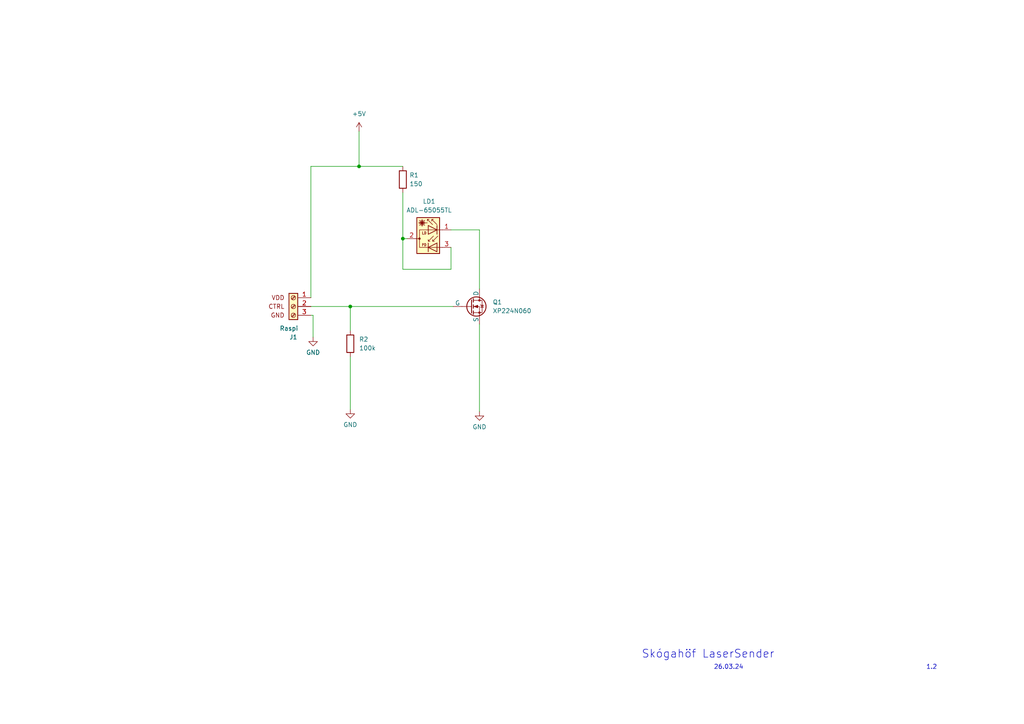
<source format=kicad_sch>
(kicad_sch (version 20230121) (generator eeschema)
  (paper "A4")
  (lib_symbols
    (symbol "Connector:Screw_Terminal_01x03" (pin_names (offset 1.016) hide)
      (property "Reference" "J1" (at 0 -8.89 0))
      (property "Value" "Raspi" (at 1.27 -6.35 0))
      (symbol "Screw_Terminal_01x03_1_1"
        (rectangle (start -1.27 3.81) (end 1.27 -3.81) (stroke (width 0.254)) (fill (type background)))
        (circle (center 0 -2.54) (radius 0.635) (stroke (width 0.1524)))
        (polyline (pts (xy -0.5334 -2.2098) (xy 0.3302 -3.048)) (stroke (width 0.1524)))
        (polyline (pts (xy -0.5334 0.3302) (xy 0.3302 -0.508)) (stroke (width 0.1524)))
        (polyline (pts (xy -0.5334 2.8702) (xy 0.3302 2.032)) (stroke (width 0.1524)))
        (polyline (pts (xy -0.3556 -2.032) (xy 0.508 -2.8702)) (stroke (width 0.1524)))
        (polyline (pts (xy -0.3556 0.508) (xy 0.508 -0.3302)) (stroke (width 0.1524)))
        (polyline (pts (xy -0.3556 3.048) (xy 0.508 2.2098)) (stroke (width 0.1524)))
        (circle (center 0 0) (radius 0.635) (stroke (width 0.1524)))
        (circle (center 0 2.54) (radius 0.635) (stroke (width 0.1524)))
        (text "CTRL" (at 2.54 0 0) (effects (font (size 1.27 1.27)) (justify left)))
        (text "GND" (at 2.54 -2.54 0) (effects (font (size 1.27 1.27)) (justify left)))
        (text "VDD" (at 2.54 2.54 0) (effects (font (size 1.27 1.27)) (justify left)))
        (pin passive line (at -5.08 2.54 0) (length 3.81) (name "Pin_1") (number "1"))
        (pin passive line (at -5.08 0 0) (length 3.81) (name "Pin_2") (number "2"))
        (pin passive line (at -5.08 -2.54 0) (length 3.81) (name "Pin_3") (number "3"))
      )
    )
    (symbol "Device:D_Laser_Photo_NType" (pin_names hide)
      (property "Reference" "LD" (at 1.016 7.112 0))
      (property "Value" "D_Laser_Photo_NType" (at 1.016 -5.588 0))
      (symbol "D_Laser_Photo_NType_0_1"
        (circle (center -1.524 0) (radius 0.254) (fill (type outline)))
        (arc (start -0.508 -1.778) (mid -0.3302 -1.6002) (end -0.508 -1.397))
        (arc (start 0 -2.159) (mid 0.3794 -1.778) (end 0 -1.397))
        (polyline (pts (xy -2.54 0) (xy -1.524 0)))
        (polyline (pts (xy -1.524 3.81) (xy 0 5.334)))
        (polyline (pts (xy -1.524 4.318) (xy 0 4.826)))
        (polyline (pts (xy -1.524 4.826) (xy 0 4.318)))
        (polyline (pts (xy -1.524 5.334) (xy 0 3.81)))
        (polyline (pts (xy -1.016 5.334) (xy -0.508 3.81)))
        (polyline (pts (xy -0.762 4.572) (xy -0.762 3.556)))
        (polyline (pts (xy -0.762 4.572) (xy -0.762 5.588)))
        (polyline (pts (xy -0.635 -1.397) (xy -0.635 -2.159)))
        (polyline (pts (xy -0.508 5.334) (xy -1.016 3.81)))
        (polyline (pts (xy 0 -1.397) (xy 0 -2.159)))
        (polyline (pts (xy 0 2.032) (xy 0 1.27)))
        (polyline (pts (xy 0.762 4.572) (xy -1.778 4.572)))
        (polyline (pts (xy 0.762 5.588) (xy 1.27 5.588)))
        (polyline (pts (xy 1.016 -1.27) (xy 1.016 -3.81)) (stroke (width 0.2032)))
        (polyline (pts (xy 1.016 -0.762) (xy 1.524 -0.762)))
        (polyline (pts (xy 3.556 3.81) (xy 3.556 1.27)) (stroke (width 0.2032)))
        (polyline (pts (xy -0.635 2.032) (xy -0.635 1.27) (xy -0.254 1.27)))
        (polyline (pts (xy 2.286 4.064) (xy 0.762 5.588) (xy 0.762 5.08)))
        (polyline (pts (xy 2.54 0.762) (xy 1.016 -0.762) (xy 1.016 -0.254)))
        (polyline (pts (xy 3.556 -1.27) (xy 3.556 -3.81) (xy 1.016 -2.54) (xy 3.556 -1.27)) (stroke (width 0.2032)))
        (polyline (pts (xy 5.08 2.54) (xy -1.524 2.54) (xy -1.524 -2.54) (xy 5.08 -2.54)))
        (polyline (pts (xy 3.556 4.064) (xy 2.032 5.588) (xy 2.032 5.08) (xy 2.032 5.588) (xy 2.54 5.588)))
        (polyline (pts (xy 3.81 0.762) (xy 2.286 -0.762) (xy 2.286 -0.254) (xy 2.286 -0.762) (xy 2.794 -0.762)))
        (arc (start 0 1.27) (mid 0.3794 1.651) (end 0 2.032))
        (rectangle (start 4.318 6.096) (end -2.286 -4.318) (stroke (width 0.254)) (fill (type background)))
      )
      (symbol "D_Laser_Photo_NType_1_1"
        (polyline (pts (xy 1.016 3.81) (xy 1.016 1.27) (xy 3.556 2.54) (xy 1.016 3.81)) (stroke (width 0.2032)))
        (pin passive line (at 7.62 2.54 180) (length 2.54) (name "~") (number "1"))
        (pin passive line (at -5.08 0 0) (length 2.54) (name "~") (number "2"))
        (pin passive line (at 7.62 -2.54 180) (length 2.54) (name "~") (number "3"))
      )
    )
    (symbol "Device:R" (pin_numbers hide) (pin_names (offset 0))
      (property "Reference" "R" (at 2.032 0 90))
      (property "Value" "R" (at 0 0 90))
      (symbol "R_0_1"
        (rectangle (start -1.016 -2.54) (end 1.016 2.54) (stroke (width 0.254)))
      )
      (symbol "R_1_1"
        (pin passive line (at 0 3.81 270) (length 1.27) (name "~") (number "1"))
        (pin passive line (at 0 -3.81 90) (length 1.27) (name "~") (number "2"))
      )
    )
    (symbol "Simulation_SPICE:NMOS" (pin_numbers hide) (pin_names (offset 0))
      (property "Reference" "Q" (at 5.08 1.27 0))
      (property "Value" "NMOS" (at 5.08 -1.27 0))
      (symbol "NMOS_0_1"
        (polyline (pts (xy 0.254 0) (xy -2.54 0)))
        (polyline (pts (xy 0.254 1.905) (xy 0.254 -1.905)) (stroke (width 0.254)))
        (polyline (pts (xy 0.762 -1.27) (xy 0.762 -2.286)) (stroke (width 0.254)))
        (polyline (pts (xy 0.762 0.508) (xy 0.762 -0.508)) (stroke (width 0.254)))
        (polyline (pts (xy 0.762 2.286) (xy 0.762 1.27)) (stroke (width 0.254)))
        (polyline (pts (xy 2.54 2.54) (xy 2.54 1.778)))
        (polyline (pts (xy 2.54 -2.54) (xy 2.54 0) (xy 0.762 0)))
        (polyline (pts (xy 0.762 -1.778) (xy 3.302 -1.778) (xy 3.302 1.778) (xy 0.762 1.778)))
        (polyline (pts (xy 1.016 0) (xy 2.032 0.381) (xy 2.032 -0.381) (xy 1.016 0)) (fill (type outline)))
        (polyline (pts (xy 2.794 0.508) (xy 2.921 0.381) (xy 3.683 0.381) (xy 3.81 0.254)))
        (polyline (pts (xy 3.302 0.381) (xy 2.921 -0.254) (xy 3.683 -0.254) (xy 3.302 0.381)))
        (circle (center 1.651 0) (radius 2.794) (stroke (width 0.254)))
        (circle (center 2.54 -1.778) (radius 0.254) (fill (type outline)))
        (circle (center 2.54 1.778) (radius 0.254) (fill (type outline)))
      )
      (symbol "NMOS_1_1"
        (pin passive line (at 2.54 5.08 270) (length 2.54) (name "D") (number "1"))
        (pin input line (at -5.08 0 0) (length 2.54) (name "G") (number "2"))
        (pin passive line (at 2.54 -5.08 90) (length 2.54) (name "S") (number "3"))
      )
    )
    (symbol "power:+5V" (power) (pin_names (offset 0))
      (property "Value" "+5V" (at 0 3.556 0))
      (symbol "+5V_0_1"
        (polyline (pts (xy -0.762 1.27) (xy 0 2.54)))
        (polyline (pts (xy 0 0) (xy 0 2.54)))
        (polyline (pts (xy 0 2.54) (xy 0.762 1.27)))
      )
      (symbol "+5V_1_1"
        (pin power_in line (at 0 0 90) (length 0) hide (name "+5V") (number "1"))
      )
    )
    (symbol "power:GND" (power) (pin_names (offset 0))
      (property "Value" "GND" (at 0 -3.81 0))
      (symbol "GND_0_1"
        (polyline (pts (xy 0 0) (xy 0 -1.27) (xy 1.27 -1.27) (xy 0 -2.54) (xy -1.27 -1.27) (xy 0 -1.27)))
      )
      (symbol "GND_1_1"
        (pin power_in line (at 0 0 270) (length 0) hide (name "GND") (number "1"))
      )
    )
  )
  (junction (at 116.84 69.215))
  (junction (at 101.6 88.9))
  (junction (at 104.14 48.26))
  (wire (pts (xy 104.14 48.26) (xy 90.17 48.26)))
  (wire (pts (xy 101.6 88.9) (xy 131.445 88.9)))
  (wire (pts (xy 139.065 93.98) (xy 139.065 119.38)))
  (wire (pts (xy 116.84 55.88) (xy 116.84 69.215)))
  (wire (pts (xy 101.6 88.9) (xy 90.17 88.9)))
  (wire (pts (xy 101.6 103.505) (xy 101.6 118.745)))
  (wire (pts (xy 118.11 69.215) (xy 116.84 69.215)))
  (wire (pts (xy 130.81 66.675) (xy 139.065 66.675)))
  (wire (pts (xy 139.065 83.82) (xy 139.065 66.675)))
  (wire (pts (xy 101.6 88.9) (xy 101.6 95.885)))
  (wire (pts (xy 104.14 38.1) (xy 104.14 48.26)))
  (wire (pts (xy 116.84 48.26) (xy 104.14 48.26)))
  (wire (pts (xy 116.84 69.215) (xy 116.84 78.105)))
  (wire (pts (xy 90.17 48.26) (xy 90.17 86.36)))
  (wire (pts (xy 130.81 71.755) (xy 130.81 78.105)))
  (wire (pts (xy 130.81 78.105) (xy 116.84 78.105)))
  (wire (pts (xy 90.805 91.44) (xy 90.17 91.44)))
  (wire (pts (xy 90.805 97.79) (xy 90.805 91.44)))
  (text "26.03.24" (at 207.01 194.31 0) (effects (font (size 1.27 1.27)) (justify left bottom)))
  (text "Skógahöf LaserSender" (at 186.055 191.135 0) (effects (font (size 2.3 2.3)) (justify left bottom)))
  (text "1.2" (at 268.605 194.31 0) (effects (font (size 1.27 1.27)) (justify left bottom)))
  (symbol (lib_id "power:GND") (at 90.805 97.79 0) (unit 1)
    (property "Reference" "#PWR03" (effects hide))
    (property "Value" "GND" (at 90.805 102.235 0))
  )
  (symbol (lib_id "Device:R") (at 101.6 99.695 0) (unit 1)
    (property "Reference" "R2" (at 104.14 98.425 0) (effects (justify left)))
    (property "Value" "100k" (at 104.14 100.965 0) (effects (justify left)))
    (property "Footprint" "Resistor_SMD:R_0805_2012Metric_Pad1.20x1.40mm_HandSolder" (effects hide))
  )
  (symbol (lib_id "Simulation_SPICE:NMOS") (at 136.525 88.9 0) (unit 1)
    (property "Reference" "Q1" (at 142.875 87.63 0) (effects (justify left)))
    (property "Value" "XP224N060" (at 142.875 90.17 0) (effects (justify left)))
    (property "Footprint" "Package_TO_SOT_SMD:SOT-323_SC-70" (effects hide))
    (property "Datasheet" "https://ngspice.sourceforge.io/docs/ngspice-html-manual/manual.xhtml#cha_MOSFETs" (effects hide))
    (property "Sim.Device" "NMOS" (effects hide))
    (property "Sim.Type" "VDMOS" (effects hide))
    (property "Sim.Pins" "1=D 2=G 3=S" (effects hide))
  )
  (symbol (lib_id "Connector:Screw_Terminal_01x03") (at 85.09 88.9 0) (mirror y) (unit 1)
    (property "Reference" "J1" (at 85.09 97.79 0))
    (property "Value" "Raspi" (at 83.82 95.25 0))
    (property "Footprint" "TerminalBlock_4Ucon:TerminalBlock_4Ucon_1x03_P3.50mm_Vertical" (effects hide))
  )
  (symbol (lib_id "Device:R") (at 116.84 52.07 0) (unit 1)
    (property "Reference" "R1" (at 118.745 50.8 0) (effects (justify left)))
    (property "Value" "150" (at 118.745 53.34 0) (effects (justify left)))
    (property "Footprint" "Resistor_SMD:R_0805_2012Metric_Pad1.20x1.40mm_HandSolder" (effects hide))
  )
  (symbol (lib_id "power:GND") (at 139.065 119.38 0) (unit 1)
    (property "Reference" "#PWR02" (effects hide))
    (property "Value" "GND" (at 139.065 123.825 0))
  )
  (symbol (lib_id "Device:D_Laser_Photo_NType") (at 123.19 69.215 0) (unit 1)
    (property "Reference" "LD1" (at 124.46 58.42 0))
    (property "Value" "ADL-65055TL" (at 124.46 60.96 0))
    (property "Footprint" "OptoDevice:LaserDiode_TO56-3" (effects hide))
    (property "Datasheet" "http://www.egismos.disonhu.com/laser/diode-package.htm" (effects hide))
  )
  (symbol (lib_id "power:GND") (at 101.6 118.745 0) (unit 1)
    (property "Reference" "#PWR04" (effects hide))
    (property "Value" "GND" (at 101.6 123.19 0))
  )
  (symbol (lib_id "power:+5V") (at 104.14 38.1 0) (unit 1)
    (property "Reference" "#PWR01" (effects hide))
    (property "Value" "+5V" (at 104.14 33.02 0))
  )
)
</source>
